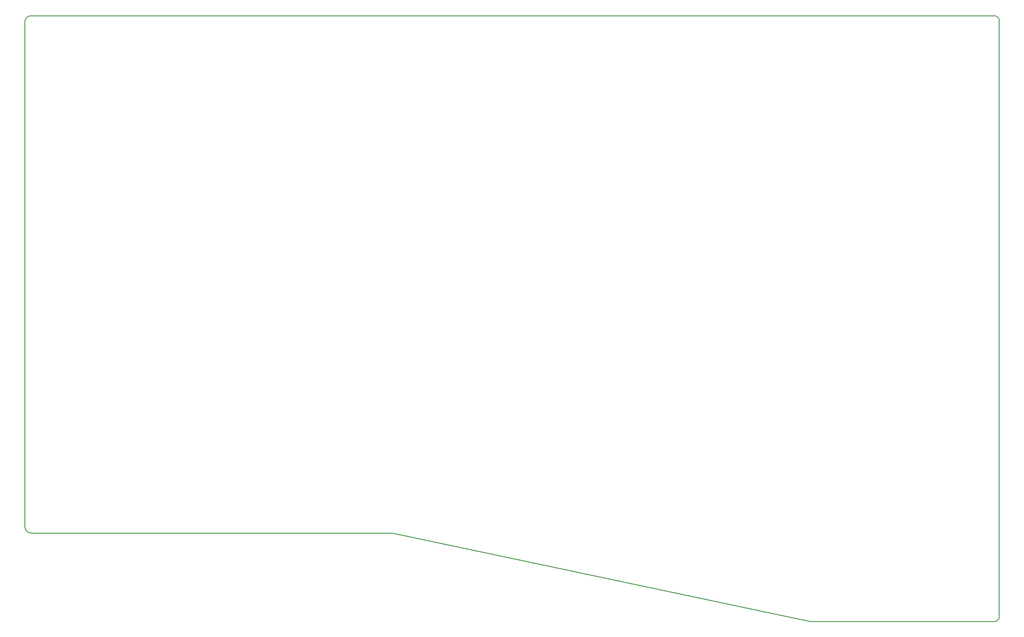
<source format=gm1>
G04 #@! TF.GenerationSoftware,KiCad,Pcbnew,(5.1.6)-1*
G04 #@! TF.CreationDate,2020-10-03T18:09:44-07:00*
G04 #@! TF.ProjectId,Alipt-Keyboard-Left,416c6970-742d-44b6-9579-626f6172642d,rev?*
G04 #@! TF.SameCoordinates,Original*
G04 #@! TF.FileFunction,Profile,NP*
%FSLAX46Y46*%
G04 Gerber Fmt 4.6, Leading zero omitted, Abs format (unit mm)*
G04 Created by KiCad (PCBNEW (5.1.6)-1) date 2020-10-03 18:09:44*
%MOMM*%
%LPD*%
G01*
G04 APERTURE LIST*
G04 #@! TA.AperFunction,Profile*
%ADD10C,0.150000*%
G04 #@! TD*
G04 APERTURE END LIST*
D10*
X225615500Y-43180000D02*
G75*
G02*
X226631500Y-44196000I0J-1016000D01*
G01*
X226631500Y-161798000D02*
G75*
G02*
X225679000Y-162750500I-952500J0D01*
G01*
X35560000Y-145288000D02*
G75*
G02*
X34290000Y-144018000I0J1270000D01*
G01*
X34290000Y-44450000D02*
G75*
G02*
X35560000Y-43180000I1270000J0D01*
G01*
X226631500Y-161798000D02*
X226631500Y-44196000D01*
X34290000Y-44450000D02*
X34290000Y-144018000D01*
X225615500Y-43180000D02*
X35560000Y-43180000D01*
X106870500Y-145288000D02*
X35560000Y-145288000D01*
X106870500Y-145288000D02*
X189357000Y-162750500D01*
X189357000Y-162750500D02*
X225679000Y-162750500D01*
M02*

</source>
